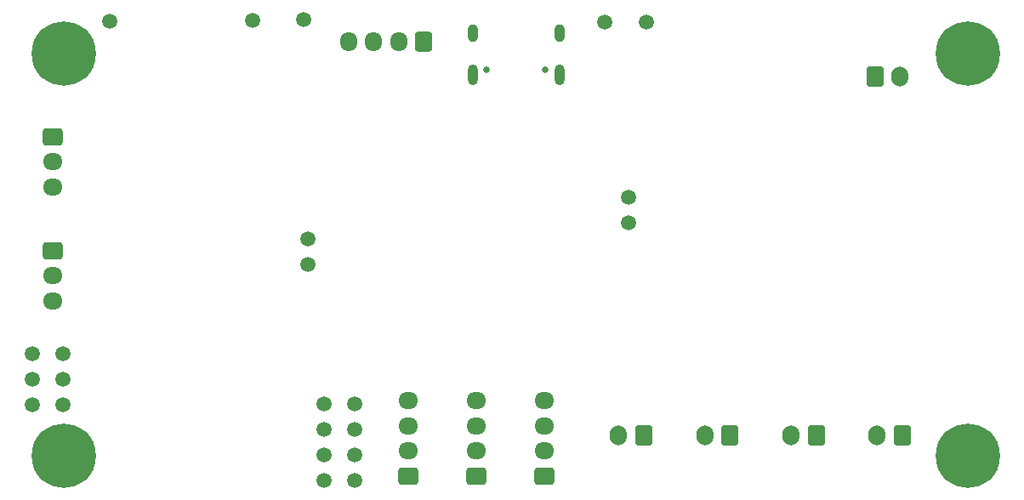
<source format=gbr>
%TF.GenerationSoftware,KiCad,Pcbnew,8.0.4*%
%TF.CreationDate,2025-01-31T12:32:01+01:00*%
%TF.ProjectId,OpenHand_v3,4f70656e-4861-46e6-945f-76332e6b6963,rev?*%
%TF.SameCoordinates,Original*%
%TF.FileFunction,Soldermask,Bot*%
%TF.FilePolarity,Negative*%
%FSLAX46Y46*%
G04 Gerber Fmt 4.6, Leading zero omitted, Abs format (unit mm)*
G04 Created by KiCad (PCBNEW 8.0.4) date 2025-01-31 12:32:01*
%MOMM*%
%LPD*%
G01*
G04 APERTURE LIST*
G04 Aperture macros list*
%AMRoundRect*
0 Rectangle with rounded corners*
0 $1 Rounding radius*
0 $2 $3 $4 $5 $6 $7 $8 $9 X,Y pos of 4 corners*
0 Add a 4 corners polygon primitive as box body*
4,1,4,$2,$3,$4,$5,$6,$7,$8,$9,$2,$3,0*
0 Add four circle primitives for the rounded corners*
1,1,$1+$1,$2,$3*
1,1,$1+$1,$4,$5*
1,1,$1+$1,$6,$7*
1,1,$1+$1,$8,$9*
0 Add four rect primitives between the rounded corners*
20,1,$1+$1,$2,$3,$4,$5,0*
20,1,$1+$1,$4,$5,$6,$7,0*
20,1,$1+$1,$6,$7,$8,$9,0*
20,1,$1+$1,$8,$9,$2,$3,0*%
G04 Aperture macros list end*
%ADD10C,1.500000*%
%ADD11C,0.800000*%
%ADD12C,6.400000*%
%ADD13RoundRect,0.250000X0.600000X0.750000X-0.600000X0.750000X-0.600000X-0.750000X0.600000X-0.750000X0*%
%ADD14O,1.700000X2.000000*%
%ADD15RoundRect,0.250000X0.725000X-0.600000X0.725000X0.600000X-0.725000X0.600000X-0.725000X-0.600000X0*%
%ADD16O,1.950000X1.700000*%
%ADD17RoundRect,0.250000X-0.600000X-0.750000X0.600000X-0.750000X0.600000X0.750000X-0.600000X0.750000X0*%
%ADD18RoundRect,0.250000X0.600000X0.725000X-0.600000X0.725000X-0.600000X-0.725000X0.600000X-0.725000X0*%
%ADD19O,1.700000X1.950000*%
%ADD20RoundRect,0.250000X-0.725000X0.600000X-0.725000X-0.600000X0.725000X-0.600000X0.725000X0.600000X0*%
%ADD21C,0.650000*%
%ADD22O,1.000000X2.100000*%
%ADD23O,1.000000X1.800000*%
G04 APERTURE END LIST*
D10*
%TO.C,TP11*%
X104925000Y-134850000D03*
%TD*%
%TO.C,TP10*%
X101825000Y-134850000D03*
%TD*%
%TO.C,TP9*%
X104925000Y-137390000D03*
%TD*%
%TO.C,TP6*%
X101825000Y-137390000D03*
%TD*%
%TO.C,TP5*%
X101825000Y-139930000D03*
%TD*%
%TO.C,TP1*%
X104925000Y-139930000D03*
%TD*%
D11*
%TO.C,H4*%
X192600000Y-145000000D03*
X193302944Y-143302944D03*
X193302944Y-146697056D03*
X195000000Y-142600000D03*
D12*
X195000000Y-145000000D03*
D11*
X195000000Y-147400000D03*
X196697056Y-143302944D03*
X196697056Y-146697056D03*
X197400000Y-145000000D03*
%TD*%
D13*
%TO.C,J1*%
X171300000Y-143035000D03*
D14*
X168800000Y-143035000D03*
%TD*%
D10*
%TO.C,TP18*%
X109600000Y-101800000D03*
%TD*%
%TO.C,TP17*%
X158850000Y-101850000D03*
%TD*%
D15*
%TO.C,J15*%
X146050000Y-147050000D03*
D16*
X146050000Y-144550000D03*
X146050000Y-142050000D03*
X146050000Y-139550000D03*
%TD*%
D10*
%TO.C,TP37*%
X133975000Y-147500000D03*
%TD*%
%TO.C,TP14*%
X130875000Y-142420000D03*
%TD*%
D11*
%TO.C,H1*%
X102600000Y-105000000D03*
X103302944Y-103302944D03*
X103302944Y-106697056D03*
X105000000Y-102600000D03*
D12*
X105000000Y-105000000D03*
D11*
X105000000Y-107400000D03*
X106697056Y-103302944D03*
X106697056Y-106697056D03*
X107400000Y-105000000D03*
%TD*%
D10*
%TO.C,TP41*%
X133975000Y-144960000D03*
%TD*%
%TO.C,TP13*%
X129300000Y-123460000D03*
%TD*%
D17*
%TO.C,J3*%
X185750000Y-107232499D03*
D14*
X188250000Y-107232499D03*
%TD*%
D10*
%TO.C,TP39*%
X133975000Y-139880000D03*
%TD*%
%TO.C,TP40*%
X133975000Y-142420000D03*
%TD*%
%TO.C,TP2*%
X161200000Y-121870000D03*
%TD*%
%TO.C,TP4*%
X130875000Y-139880000D03*
%TD*%
%TO.C,TP38*%
X130875000Y-147500000D03*
%TD*%
D13*
%TO.C,J7*%
X162700000Y-143000000D03*
D14*
X160200000Y-143000000D03*
%TD*%
D15*
%TO.C,J16*%
X152850000Y-147050000D03*
D16*
X152850000Y-144550000D03*
X152850000Y-142050000D03*
X152850000Y-139550000D03*
%TD*%
D18*
%TO.C,J12*%
X140850000Y-103800000D03*
D19*
X138350000Y-103800000D03*
X135850000Y-103800000D03*
X133350000Y-103800000D03*
%TD*%
D10*
%TO.C,TP3*%
X161200000Y-119330000D03*
%TD*%
D16*
%TO.C,J11*%
X103875000Y-129605000D03*
X103875000Y-127105000D03*
D20*
X103875000Y-124605000D03*
%TD*%
D10*
%TO.C,TP36*%
X130875000Y-144960000D03*
%TD*%
D11*
%TO.C,H3*%
X102600000Y-145000000D03*
X103302944Y-143302944D03*
X103302944Y-146697056D03*
X105000000Y-142600000D03*
D12*
X105000000Y-145000000D03*
D11*
X105000000Y-147400000D03*
X106697056Y-143302944D03*
X106697056Y-146697056D03*
X107400000Y-145000000D03*
%TD*%
D10*
%TO.C,TP12*%
X129300000Y-126000000D03*
%TD*%
D21*
%TO.C,J5*%
X152890000Y-106605000D03*
X147110000Y-106605000D03*
D22*
X154320000Y-107125000D03*
D23*
X154320000Y-102925000D03*
D22*
X145680000Y-107125000D03*
D23*
X145680000Y-102925000D03*
%TD*%
D13*
%TO.C,J2*%
X179900000Y-143035000D03*
D14*
X177400000Y-143035000D03*
%TD*%
D15*
%TO.C,J14*%
X139275000Y-147050000D03*
D16*
X139275000Y-144550000D03*
X139275000Y-142050000D03*
X139275000Y-139550000D03*
%TD*%
%TO.C,J8*%
X103858000Y-118250000D03*
X103858000Y-115750000D03*
D20*
X103858000Y-113250000D03*
%TD*%
D13*
%TO.C,J6*%
X188450000Y-143035000D03*
D14*
X185950000Y-143035000D03*
%TD*%
D10*
%TO.C,TP8*%
X163000000Y-101850000D03*
%TD*%
D11*
%TO.C,H2*%
X192600000Y-105000000D03*
X193302944Y-103302944D03*
X193302944Y-106697056D03*
X195000000Y-102600000D03*
D12*
X195000000Y-105000000D03*
D11*
X195000000Y-107400000D03*
X196697056Y-103302944D03*
X196697056Y-106697056D03*
X197400000Y-105000000D03*
%TD*%
D10*
%TO.C,TP19*%
X123800000Y-101700000D03*
%TD*%
%TO.C,TP7*%
X128900000Y-101600000D03*
%TD*%
M02*

</source>
